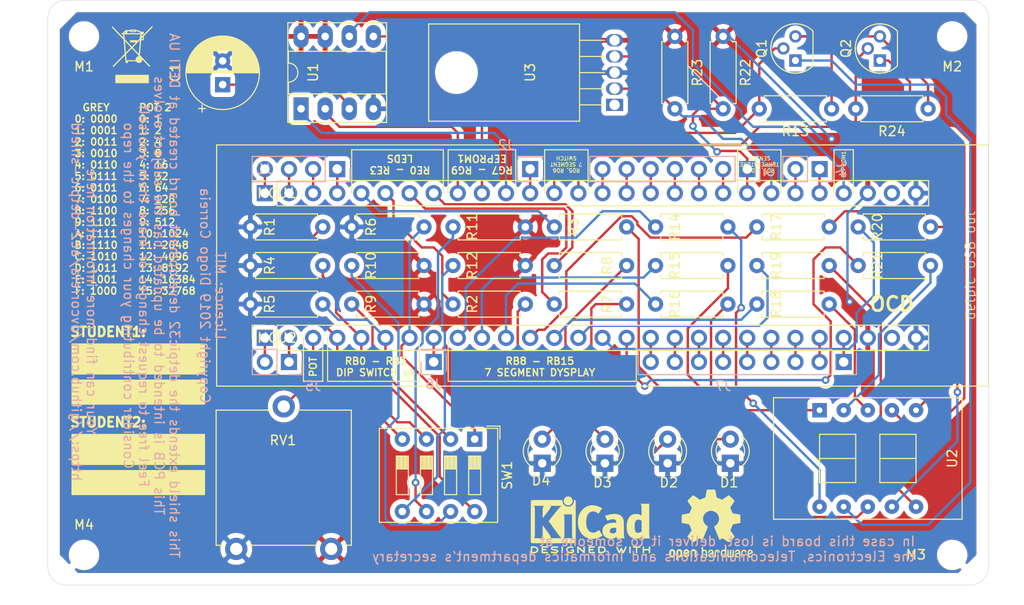
<source format=kicad_pcb>
(kicad_pcb (version 20171130) (host pcbnew "(5.1.0)-1")
  (layers (0 F.Cu signal) (31 B.Cu signal) (34 B.Paste user) (35 F.Paste user) (36 B.SilkS user hide) (37 F.SilkS user) (38 B.Mask user) (39 F.Mask user) (44 Edge.Cuts user))
  (net 0 "")
  (net 1 "Net-(C1-Pad1)")
  (net 2 GND)
  (net 3 "Net-(D1-Pad2)")
  (net 4 "Net-(D2-Pad2)")
  (net 5 "Net-(D3-Pad2)")
  (net 6 "Net-(D4-Pad2)")
  (net 7 /RE7)
  (net 8 /RE6)
  (net 9 /RE5)
  (net 10 /RE4)
  (net 11 /RE3)
  (net 12 /RE2)
  (net 13 /RE1)
  (net 14 /RE0)
  (net 15 /RG7)
  (net 16 /RG8)
  (net 17 /RG9)
  (net 18 /RD7)
  (net 19 /RD6)
  (net 20 /RD5)
  (net 21 /RD4)
  (net 22 /RD3)
  (net 23 /RD2)
  (net 24 /RD1)
  (net 25 /RD0)
  (net 26 /RD11)
  (net 27 /RD10)
  (net 28 /RD9)
  (net 29 /RD8)
  (net 30 /RG3)
  (net 31 /RG6)
  (net 32 /+3.3V)
  (net 33 /RC13)
  (net 34 /RG2)
  (net 35 /VUSB)
  (net 36 /VBUS)
  (net 37 /RF5)
  (net 38 /RF4)
  (net 39 /RF3)
  (net 40 /RF1)
  (net 41 /RF0)
  (net 42 /RB15)
  (net 43 /RB14)
  (net 44 /RB13)
  (net 45 /RB12)
  (net 46 /RB11)
  (net 47 /RB10)
  (net 48 /RB9)
  (net 49 /RB8)
  (net 50 /RB7)
  (net 51 /RB0)
  (net 52 /RB1)
  (net 53 /RB2)
  (net 54 /RB3)
  (net 55 /RB4)
  (net 56 /RB5)
  (net 57 /RB6)
  (net 58 "Net-(Q1-Pad3)")
  (net 59 "Net-(Q1-Pad1)")
  (net 60 "Net-(Q2-Pad1)")
  (net 61 "Net-(R9-Pad2)")
  (net 62 "Net-(R10-Pad2)")
  (net 63 "Net-(R11-Pad2)")
  (net 64 "Net-(R12-Pad2)")
  (net 65 "Net-(R14-Pad1)")
  (net 66 "Net-(R15-Pad1)")
  (net 67 "Net-(R16-Pad1)")
  (net 68 "Net-(R17-Pad1)")
  (net 69 "Net-(R18-Pad1)")
  (net 70 "Net-(R19-Pad1)")
  (net 71 "Net-(R20-Pad1)")
  (net 72 "Net-(R21-Pad1)")
  (net 73 /+5V_EXT1)
  (net 74 /+5V_EXT2)
  (module Symbol:WEEE-Logo_4.2x6mm_SilkScreen (layer F.Cu) (at 135.89 31.115)
    (fp_text reference REF** hide)
    (fp_text value WEEE-Logo_4.2x6mm_SilkScreen hide)
  )
  (module MountingHole:MountingHole_2.2mm_M2 (layer F.Cu) (at 222.25 83.82)
    (fp_text reference M3 (at -3.81 -0.025 180) (layer F.SilkS))
    (fp_text value MountingHole_2.2mm_M2)
    (pad 1 np_thru_hole circle (at 0 0) (size 2.2 2.2) (drill 2.2) (layers *.Cu *.Mask))
  )
  (module MountingHole:MountingHole_2.2mm_M2 (layer F.Cu) (at 130.81 83.82)
    (fp_text reference M4 (at 0 -3.175) (layer F.SilkS))
    (fp_text value MountingHole_2.2mm_M2)
    (pad 1 np_thru_hole circle (at 0 0) (size 2.2 2.2) (drill 2.2) (layers *.Cu *.Mask))
  )
  (module Resistor_THT:R_Axial_DIN0207_L6.3mm_D2.5mm_P7.62mm_Horizontal (layer F.Cu) (at 155.956 49.276 180)
    (fp_text reference R1 (at 5.588 0 270) (layer F.SilkS))
    (fp_text value "10k ")
    (pad 2 thru_hole oval (at 7.62 0 180) (size 1.6 1.6) (drill 0.8) (layers *.Cu *.Mask) (net 2 GND))
    (pad 1 thru_hole circle (at 0 0 180) (size 1.6 1.6) (drill 0.8) (layers *.Cu *.Mask) (net 54 /RB3))
  )
  (module Resistor_THT:R_Axial_DIN0207_L6.3mm_D2.5mm_P7.62mm_Horizontal (layer F.Cu) (at 155.956 53.34 180)
    (fp_text reference R4 (at 5.588 0 270) (layer F.SilkS))
    (fp_text value "10k ")
    (pad 2 thru_hole oval (at 7.62 0 180) (size 1.6 1.6) (drill 0.8) (layers *.Cu *.Mask) (net 2 GND))
    (pad 1 thru_hole circle (at 0 0 180) (size 1.6 1.6) (drill 0.8) (layers *.Cu *.Mask) (net 53 /RB2))
  )
  (module Resistor_THT:R_Axial_DIN0207_L6.3mm_D2.5mm_P7.62mm_Horizontal (layer F.Cu) (at 155.956 57.404 180)
    (fp_text reference R5 (at 5.588 0 270) (layer F.SilkS))
    (fp_text value "10k ")
    (pad 2 thru_hole oval (at 7.62 0 180) (size 1.6 1.6) (drill 0.8) (layers *.Cu *.Mask) (net 2 GND))
    (pad 1 thru_hole circle (at 0 0 180) (size 1.6 1.6) (drill 0.8) (layers *.Cu *.Mask) (net 52 /RB1))
  )
  (module Resistor_THT:R_Axial_DIN0207_L6.3mm_D2.5mm_P7.62mm_Horizontal (layer F.Cu) (at 166.624 49.276 180)
    (fp_text reference R6 (at 5.588 0 270) (layer F.SilkS))
    (fp_text value "10k ")
    (pad 2 thru_hole oval (at 7.62 0 180) (size 1.6 1.6) (drill 0.8) (layers *.Cu *.Mask) (net 2 GND))
    (pad 1 thru_hole circle (at 0 0 180) (size 1.6 1.6) (drill 0.8) (layers *.Cu *.Mask) (net 51 /RB0))
  )
  (module Symbol:OSHW-Logo2_9.8x8mm_SilkScreen (layer F.Cu) (at 196.85 80.645)
    (fp_text reference REF** hide)
    (fp_text value OSHW-Logo2_9.8x8mm_SilkScreen hide)
  )
  (module Symbol:KiCad-Logo2_5mm_SilkScreen (layer F.Cu) (at 184.15 80.645)
    (fp_text reference REF** hide)
    (fp_text value KiCad-Logo2_5mm_SilkScreen hide)
  )
  (module MountingHole:MountingHole_2.2mm_M2 (layer F.Cu) (at 222.25 29.21)
    (fp_text reference M2 (at 0 3.175) (layer F.SilkS))
    (fp_text value M2)
    (pad 1 np_thru_hole circle (at 0 0) (size 2.2 2.2) (drill 2.2) (layers *.Cu *.Mask))
  )
  (module MountingHole:MountingHole_2.2mm_M2 (layer F.Cu) (at 130.81 29.21)
    (fp_text reference M1 (at 0 3.175) (layer F.SilkS))
    (fp_text value M1)
    (pad 1 np_thru_hole circle (at 0 0) (size 2.2 2.2) (drill 2.2) (layers *.Cu *.Mask))
  )
  (module Capacitor_THT:CP_Radial_D7.5mm_P2.50mm (layer F.Cu) (at 145.415 34.29 90)
    (fp_text reference C1 (at 1.25 -5 90) (layer F.SilkS))
    (fp_text value 100nF)
    (pad 1 thru_hole rect (at 0 0 90) (size 1.6 1.6) (drill 0.8) (layers *.Cu *.Mask) (net 1 "Net-(C1-Pad1)"))
    (pad 2 thru_hole circle (at 2.5 0 90) (size 1.6 1.6) (drill 0.8) (layers *.Cu *.Mask) (net 2 GND))
  )
  (module LED_THT:LED_D3.0mm (layer F.Cu) (at 198.882 74.168 90)
    (fp_text reference D1 (at -2.032 -0.127 180) (layer F.SilkS))
    (fp_text value LED)
    (pad 2 thru_hole circle (at 2.54 0 90) (size 1.8 1.8) (drill 0.9) (layers *.Cu *.Mask) (net 3 "Net-(D1-Pad2)"))
    (pad 1 thru_hole rect (at 0 0 90) (size 1.8 1.8) (drill 0.9) (layers *.Cu *.Mask) (net 2 GND))
  )
  (module LED_THT:LED_D3.0mm (layer F.Cu) (at 192.278 74.168 90)
    (fp_text reference D2 (at -2.032 0.127 180) (layer F.SilkS))
    (fp_text value LED)
    (pad 1 thru_hole rect (at 0 0 90) (size 1.8 1.8) (drill 0.9) (layers *.Cu *.Mask) (net 2 GND))
    (pad 2 thru_hole circle (at 2.54 0 90) (size 1.8 1.8) (drill 0.9) (layers *.Cu *.Mask) (net 4 "Net-(D2-Pad2)"))
  )
  (module LED_THT:LED_D3.0mm (layer F.Cu) (at 185.674 74.168 90)
    (fp_text reference D3 (at -2.032 -0.254 180) (layer F.SilkS))
    (fp_text value LED)
    (pad 1 thru_hole rect (at 0 0 90) (size 1.8 1.8) (drill 0.9) (layers *.Cu *.Mask) (net 2 GND))
    (pad 2 thru_hole circle (at 2.54 0 90) (size 1.8 1.8) (drill 0.9) (layers *.Cu *.Mask) (net 5 "Net-(D3-Pad2)"))
  )
  (module LED_THT:LED_D3.0mm (layer F.Cu) (at 179.07 74.168 90)
    (fp_text reference D4 (at -1.817 -0.127 180) (layer F.SilkS))
    (fp_text value LED)
    (pad 2 thru_hole circle (at 2.54 0 90) (size 1.8 1.8) (drill 0.9) (layers *.Cu *.Mask) (net 6 "Net-(D4-Pad2)"))
    (pad 1 thru_hole rect (at 0 0 90) (size 1.8 1.8) (drill 0.9) (layers *.Cu *.Mask) (net 2 GND))
  )
  (module Package_TO_SOT_THT:TO-92 (layer F.Cu) (at 205.74 31.75 90)
    (fp_text reference Q1 (at 1.27 -3.56 90) (layer F.SilkS))
    (fp_text value VN2222)
    (pad 2 thru_hole circle (at 1.27 -1.27 180) (size 1.3 1.3) (drill 0.75) (layers *.Cu *.Mask) (net 19 /RD6))
    (pad 3 thru_hole circle (at 2.54 0 180) (size 1.3 1.3) (drill 0.75) (layers *.Cu *.Mask) (net 58 "Net-(Q1-Pad3)"))
    (pad 1 thru_hole rect (at 0 0 180) (size 1.3 1.3) (drill 0.75) (layers *.Cu *.Mask) (net 59 "Net-(Q1-Pad1)"))
  )
  (module Package_TO_SOT_THT:TO-92 (layer F.Cu) (at 214.63 31.75 90)
    (fp_text reference Q2 (at 1.27 -3.56 90) (layer F.SilkS))
    (fp_text value VN2222)
    (pad 1 thru_hole rect (at 0 0 180) (size 1.3 1.3) (drill 0.75) (layers *.Cu *.Mask) (net 60 "Net-(Q2-Pad1)"))
    (pad 3 thru_hole circle (at 2.54 0 180) (size 1.3 1.3) (drill 0.75) (layers *.Cu *.Mask) (net 58 "Net-(Q1-Pad3)"))
    (pad 2 thru_hole circle (at 1.27 -1.27 180) (size 1.3 1.3) (drill 0.75) (layers *.Cu *.Mask) (net 20 /RD5))
  )
  (module Resistor_THT:R_Axial_DIN0207_L6.3mm_D2.5mm_P7.62mm_Horizontal (layer F.Cu) (at 177.292 57.404 180)
    (fp_text reference R2 (at 5.588 0 270) (layer F.SilkS))
    (fp_text value 270)
    (pad 1 thru_hole circle (at 0 0 180) (size 1.6 1.6) (drill 0.8) (layers *.Cu *.Mask) (net 4 "Net-(D2-Pad2)"))
    (pad 2 thru_hole oval (at 7.62 0 180) (size 1.6 1.6) (drill 0.8) (layers *.Cu *.Mask) (net 12 /RE2))
  )
  (module Resistor_THT:R_Axial_DIN0207_L6.3mm_D2.5mm_P7.62mm_Horizontal (layer F.Cu) (at 187.96 49.276 180)
    (fp_text reference R3 (at 5.588 0 270) (layer F.SilkS))
    (fp_text value 270)
    (pad 1 thru_hole circle (at 0 0 180) (size 1.6 1.6) (drill 0.8) (layers *.Cu *.Mask) (net 3 "Net-(D1-Pad2)"))
    (pad 2 thru_hole oval (at 7.62 0 180) (size 1.6 1.6) (drill 0.8) (layers *.Cu *.Mask) (net 11 /RE3))
  )
  (module Resistor_THT:R_Axial_DIN0207_L6.3mm_D2.5mm_P7.62mm_Horizontal (layer F.Cu) (at 180.34 57.404)
    (fp_text reference R7 (at 5.588 0 90) (layer F.SilkS))
    (fp_text value 270)
    (pad 2 thru_hole oval (at 7.62 0) (size 1.6 1.6) (drill 0.8) (layers *.Cu *.Mask) (net 5 "Net-(D3-Pad2)"))
    (pad 1 thru_hole circle (at 0 0) (size 1.6 1.6) (drill 0.8) (layers *.Cu *.Mask) (net 13 /RE1))
  )
  (module Resistor_THT:R_Axial_DIN0207_L6.3mm_D2.5mm_P7.62mm_Horizontal (layer F.Cu) (at 180.34 53.34)
    (fp_text reference R8 (at 5.588 0 90) (layer F.SilkS))
    (fp_text value 270)
    (pad 1 thru_hole circle (at 0 0) (size 1.6 1.6) (drill 0.8) (layers *.Cu *.Mask) (net 14 /RE0))
    (pad 2 thru_hole oval (at 7.62 0) (size 1.6 1.6) (drill 0.8) (layers *.Cu *.Mask) (net 6 "Net-(D4-Pad2)"))
  )
  (module Resistor_THT:R_Axial_DIN0207_L6.3mm_D2.5mm_P7.62mm_Horizontal (layer F.Cu) (at 166.624 57.404 180)
    (fp_text reference R9 (at 5.588 0 270) (layer F.SilkS))
    (fp_text value 470)
    (pad 1 thru_hole circle (at 0 0 180) (size 1.6 1.6) (drill 0.8) (layers *.Cu *.Mask) (net 32 /+3.3V))
    (pad 2 thru_hole oval (at 7.62 0 180) (size 1.6 1.6) (drill 0.8) (layers *.Cu *.Mask) (net 61 "Net-(R9-Pad2)"))
  )
  (module Resistor_THT:R_Axial_DIN0207_L6.3mm_D2.5mm_P7.62mm_Horizontal (layer F.Cu) (at 166.624 53.34 180)
    (fp_text reference R10 (at 5.588 0 90) (layer F.SilkS))
    (fp_text value 470)
    (pad 2 thru_hole oval (at 7.62 0 180) (size 1.6 1.6) (drill 0.8) (layers *.Cu *.Mask) (net 62 "Net-(R10-Pad2)"))
    (pad 1 thru_hole circle (at 0 0 180) (size 1.6 1.6) (drill 0.8) (layers *.Cu *.Mask) (net 32 /+3.3V))
  )
  (module Resistor_THT:R_Axial_DIN0207_L6.3mm_D2.5mm_P7.62mm_Horizontal (layer F.Cu) (at 177.292 49.276 180)
    (fp_text reference R11 (at 5.588 0 270) (layer F.SilkS))
    (fp_text value 470)
    (pad 1 thru_hole circle (at 0 0 180) (size 1.6 1.6) (drill 0.8) (layers *.Cu *.Mask) (net 32 /+3.3V))
    (pad 2 thru_hole oval (at 7.62 0 180) (size 1.6 1.6) (drill 0.8) (layers *.Cu *.Mask) (net 63 "Net-(R11-Pad2)"))
  )
  (module Resistor_THT:R_Axial_DIN0207_L6.3mm_D2.5mm_P7.62mm_Horizontal (layer F.Cu) (at 177.292 53.34 180)
    (fp_text reference R12 (at 5.588 0 270) (layer F.SilkS))
    (fp_text value 470)
    (pad 2 thru_hole oval (at 7.62 0 180) (size 1.6 1.6) (drill 0.8) (layers *.Cu *.Mask) (net 64 "Net-(R12-Pad2)"))
    (pad 1 thru_hole circle (at 0 0 180) (size 1.6 1.6) (drill 0.8) (layers *.Cu *.Mask) (net 32 /+3.3V))
  )
  (module Resistor_THT:R_Axial_DIN0207_L6.3mm_D2.5mm_P7.62mm_Horizontal (layer F.Cu) (at 209.55 36.83 180)
    (fp_text reference R13 (at 3.81 -2.37 180) (layer F.SilkS))
    (fp_text value 10k)
    (pad 2 thru_hole oval (at 7.62 0 180) (size 1.6 1.6) (drill 0.8) (layers *.Cu *.Mask) (net 19 /RD6))
    (pad 1 thru_hole circle (at 0 0 180) (size 1.6 1.6) (drill 0.8) (layers *.Cu *.Mask) (net 58 "Net-(Q1-Pad3)"))
  )
  (module Resistor_THT:R_Axial_DIN0207_L6.3mm_D2.5mm_P7.62mm_Horizontal (layer F.Cu) (at 198.628 49.276 180)
    (fp_text reference R14 (at 5.588 0 270) (layer F.SilkS))
    (fp_text value 330)
    (pad 2 thru_hole oval (at 7.62 0 180) (size 1.6 1.6) (drill 0.8) (layers *.Cu *.Mask) (net 49 /RB8))
    (pad 1 thru_hole circle (at 0 0 180) (size 1.6 1.6) (drill 0.8) (layers *.Cu *.Mask) (net 65 "Net-(R14-Pad1)"))
  )
  (module Resistor_THT:R_Axial_DIN0207_L6.3mm_D2.5mm_P7.62mm_Horizontal (layer F.Cu) (at 198.628 53.34 180)
    (fp_text reference R15 (at 5.588 0 270) (layer F.SilkS))
    (fp_text value 330)
    (pad 1 thru_hole circle (at 0 0 180) (size 1.6 1.6) (drill 0.8) (layers *.Cu *.Mask) (net 66 "Net-(R15-Pad1)"))
    (pad 2 thru_hole oval (at 7.62 0 180) (size 1.6 1.6) (drill 0.8) (layers *.Cu *.Mask) (net 48 /RB9))
  )
  (module Resistor_THT:R_Axial_DIN0207_L6.3mm_D2.5mm_P7.62mm_Horizontal (layer F.Cu) (at 198.628 57.404 180)
    (fp_text reference R16 (at 5.588 0 270) (layer F.SilkS))
    (fp_text value 330)
    (pad 2 thru_hole oval (at 7.62 0 180) (size 1.6 1.6) (drill 0.8) (layers *.Cu *.Mask) (net 47 /RB10))
    (pad 1 thru_hole circle (at 0 0 180) (size 1.6 1.6) (drill 0.8) (layers *.Cu *.Mask) (net 67 "Net-(R16-Pad1)"))
  )
  (module Resistor_THT:R_Axial_DIN0207_L6.3mm_D2.5mm_P7.62mm_Horizontal (layer F.Cu) (at 209.296 49.276 180)
    (fp_text reference R17 (at 5.588 0 270) (layer F.SilkS))
    (fp_text value 330)
    (pad 1 thru_hole circle (at 0 0 180) (size 1.6 1.6) (drill 0.8) (layers *.Cu *.Mask) (net 68 "Net-(R17-Pad1)"))
    (pad 2 thru_hole oval (at 7.62 0 180) (size 1.6 1.6) (drill 0.8) (layers *.Cu *.Mask) (net 46 /RB11))
  )
  (module Resistor_THT:R_Axial_DIN0207_L6.3mm_D2.5mm_P7.62mm_Horizontal (layer F.Cu) (at 209.296 57.404 180)
    (fp_text reference R18 (at 5.588 0 270) (layer F.SilkS))
    (fp_text value 330)
    (pad 2 thru_hole oval (at 7.62 0 180) (size 1.6 1.6) (drill 0.8) (layers *.Cu *.Mask) (net 45 /RB12))
    (pad 1 thru_hole circle (at 0 0 180) (size 1.6 1.6) (drill 0.8) (layers *.Cu *.Mask) (net 69 "Net-(R18-Pad1)"))
  )
  (module Resistor_THT:R_Axial_DIN0207_L6.3mm_D2.5mm_P7.62mm_Horizontal (layer F.Cu) (at 209.296 53.34 180)
    (fp_text reference R19 (at 5.588 0 270) (layer F.SilkS))
    (fp_text value 330)
    (pad 1 thru_hole circle (at 0 0 180) (size 1.6 1.6) (drill 0.8) (layers *.Cu *.Mask) (net 70 "Net-(R19-Pad1)"))
    (pad 2 thru_hole oval (at 7.62 0 180) (size 1.6 1.6) (drill 0.8) (layers *.Cu *.Mask) (net 44 /RB13))
  )
  (module Resistor_THT:R_Axial_DIN0207_L6.3mm_D2.5mm_P7.62mm_Horizontal (layer F.Cu) (at 219.964 49.276 180)
    (fp_text reference R20 (at 5.588 0 270) (layer F.SilkS))
    (fp_text value 330)
    (pad 1 thru_hole circle (at 0 0 180) (size 1.6 1.6) (drill 0.8) (layers *.Cu *.Mask) (net 71 "Net-(R20-Pad1)"))
    (pad 2 thru_hole oval (at 7.62 0 180) (size 1.6 1.6) (drill 0.8) (layers *.Cu *.Mask) (net 43 /RB14))
  )
  (module Resistor_THT:R_Axial_DIN0207_L6.3mm_D2.5mm_P7.62mm_Horizontal (layer F.Cu) (at 219.964 53.34 180)
    (fp_text reference R21 (at 5.588 0 270) (layer F.SilkS))
    (fp_text value 330)
    (pad 2 thru_hole oval (at 7.62 0 180) (size 1.6 1.6) (drill 0.8) (layers *.Cu *.Mask) (net 42 /RB15))
    (pad 1 thru_hole circle (at 0 0 180) (size 1.6 1.6) (drill 0.8) (layers *.Cu *.Mask) (net 72 "Net-(R21-Pad1)"))
  )
  (module Resistor_THT:R_Axial_DIN0207_L6.3mm_D2.5mm_P7.62mm_Horizontal (layer F.Cu) (at 198.12 29.21 270)
    (fp_text reference R22 (at 3.81 -2.37 270) (layer F.SilkS))
    (fp_text value 2k7)
    (pad 2 thru_hole oval (at 7.62 0 270) (size 1.6 1.6) (drill 0.8) (layers *.Cu *.Mask) (net 27 /RD10))
    (pad 1 thru_hole circle (at 0 0 270) (size 1.6 1.6) (drill 0.8) (layers *.Cu *.Mask) (net 32 /+3.3V))
  )
  (module Resistor_THT:R_Axial_DIN0207_L6.3mm_D2.5mm_P7.62mm_Horizontal (layer F.Cu) (at 193.04 29.21 270)
    (fp_text reference R23 (at 3.81 -2.37 270) (layer F.SilkS))
    (fp_text value 2k7)
    (pad 2 thru_hole oval (at 7.62 0 270) (size 1.6 1.6) (drill 0.8) (layers *.Cu *.Mask) (net 28 /RD9))
    (pad 1 thru_hole circle (at 0 0 270) (size 1.6 1.6) (drill 0.8) (layers *.Cu *.Mask) (net 32 /+3.3V))
  )
  (module Resistor_THT:R_Axial_DIN0207_L6.3mm_D2.5mm_P7.62mm_Horizontal (layer F.Cu) (at 219.71 36.83 180)
    (fp_text reference R24 (at 3.81 -2.37 180) (layer F.SilkS))
    (fp_text value 10k)
    (pad 1 thru_hole circle (at 0 0 180) (size 1.6 1.6) (drill 0.8) (layers *.Cu *.Mask) (net 58 "Net-(Q1-Pad3)"))
    (pad 2 thru_hole oval (at 7.62 0 180) (size 1.6 1.6) (drill 0.8) (layers *.Cu *.Mask) (net 20 /RD5))
  )
  (module Potentiometer_THT:Potentiometer_ACP_CA14V-15_Vertical (layer F.Cu) (at 156.845 83.185 90)
    (fp_text reference RV1 (at 11.43 -5.08 180) (layer F.SilkS))
    (fp_text value 10k)
    (pad 3 thru_hole circle (at 0 -10 90) (size 2.34 2.34) (drill 1.3) (layers *.Cu *.Mask) (net 2 GND))
    (pad 2 thru_hole circle (at 15 -5 90) (size 2.34 2.34) (drill 1.3) (layers *.Cu *.Mask) (net 55 /RB4))
    (pad 1 thru_hole circle (at 0 0 90) (size 2.34 2.34) (drill 1.3) (layers *.Cu *.Mask) (net 32 /+3.3V))
  )
  (module Button_Switch_THT:SW_DIP_SPSTx04_Slide_9.78x12.34mm_W7.62mm_P2.54mm (layer F.Cu) (at 171.958 71.628 270)
    (fp_text reference SW1 (at 3.81 -3.42 270) (layer F.SilkS))
    (fp_text value "DIP SWITCH x4")
    (pad 1 thru_hole rect (at 0 0 270) (size 1.6 1.6) (drill 0.8) (layers *.Cu *.Mask) (net 51 /RB0))
    (pad 5 thru_hole oval (at 7.62 7.62 270) (size 1.6 1.6) (drill 0.8) (layers *.Cu *.Mask) (net 64 "Net-(R12-Pad2)"))
    (pad 2 thru_hole oval (at 0 2.54 270) (size 1.6 1.6) (drill 0.8) (layers *.Cu *.Mask) (net 52 /RB1))
    (pad 6 thru_hole oval (at 7.62 5.08 270) (size 1.6 1.6) (drill 0.8) (layers *.Cu *.Mask) (net 63 "Net-(R11-Pad2)"))
    (pad 3 thru_hole oval (at 0 5.08 270) (size 1.6 1.6) (drill 0.8) (layers *.Cu *.Mask) (net 53 /RB2))
    (pad 7 thru_hole oval (at 7.62 2.54 270) (size 1.6 1.6) (drill 0.8) (layers *.Cu *.Mask) (net 62 "Net-(R10-Pad2)"))
    (pad 4 thru_hole oval (at 0 7.62 270) (size 1.6 1.6) (drill 0.8) (layers *.Cu *.Mask) (net 54 /RB3))
    (pad 8 thru_hole oval (at 7.62 0 270) (size 1.6 1.6) (drill 0.8) (layers *.Cu *.Mask) (net 61 "Net-(R9-Pad2)"))
  )
  (module Package_DIP:DIP-8_W7.62mm_Socket_LongPads (layer F.Cu) (at 153.67 36.83 90)
    (fp_text reference U1 (at 3.81 1.27 90) (layer F.SilkS))
    (fp_text value 25LC040A)
    (pad 1 thru_hole rect (at 0 0 90) (size 2.4 1.6) (drill 0.8) (layers *.Cu *.Mask) (net 17 /RG9))
    (pad 5 thru_hole oval (at 7.62 7.62 90) (size 2.4 1.6) (drill 0.8) (layers *.Cu *.Mask) (net 16 /RG8))
    (pad 2 thru_hole oval (at 0 2.54 90) (size 2.4 1.6) (drill 0.8) (layers *.Cu *.Mask) (net 15 /RG7))
    (pad 6 thru_hole oval (at 7.62 5.08 90) (size 2.4 1.6) (drill 0.8) (layers *.Cu *.Mask) (net 31 /RG6))
    (pad 3 thru_hole oval (at 0 5.08 90) (size 2.4 1.6) (drill 0.8) (layers *.Cu *.Mask) (net 1 "Net-(C1-Pad1)"))
    (pad 7 thru_hole oval (at 7.62 2.54 90) (size 2.4 1.6) (drill 0.8) (layers *.Cu *.Mask) (net 32 /+3.3V))
    (pad 4 thru_hole oval (at 0 7.62 90) (size 2.4 1.6) (drill 0.8) (layers *.Cu *.Mask) (net 2 GND))
    (pad 8 thru_hole oval (at 7.62 0 90) (size 2.4 1.6) (drill 0.8) (layers *.Cu *.Mask) (net 32 /+3.3V))
  )
  (module LTD-4708JR:LTD-4708JR (layer F.Cu) (at 213.36 73.66)
    (fp_text reference U2 (at 8.89 0 270) (layer F.SilkS))
    (fp_text value LTD-4708JR)
    (pad 10 thru_hole circle (at -5.08 5.08) (size 1.524 1.524) (drill 0.61) (layers *.Cu *.Mask) (net 65 "Net-(R14-Pad1)"))
    (pad 9 thru_hole circle (at -2.54 5.08) (size 1.524 1.524) (drill 0.61) (layers *.Cu *.Mask) (net 59 "Net-(Q1-Pad1)"))
    (pad 8 thru_hole circle (at 0 5.08) (size 1.524 1.524) (drill 0.61) (layers *.Cu *.Mask) (net 66 "Net-(R15-Pad1)"))
    (pad 7 thru_hole circle (at 2.54 5.08) (size 1.524 1.524) (drill 0.61) (layers *.Cu *.Mask) (net 71 "Net-(R20-Pad1)"))
    (pad 6 thru_hole circle (at 5.08 5.08) (size 1.524 1.524) (drill 0.61) (layers *.Cu *.Mask) (net 70 "Net-(R19-Pad1)"))
    (pad 5 thru_hole circle (at 5.08 -5.08) (size 1.524 1.524) (drill 0.61) (layers *.Cu *.Mask) (net 68 "Net-(R17-Pad1)"))
    (pad 4 thru_hole circle (at 2.54 -5.08) (size 1.524 1.524) (drill 0.61) (layers *.Cu *.Mask) (net 60 "Net-(Q2-Pad1)"))
    (pad 3 thru_hole circle (at 0 -5.08) (size 1.524 1.524) (drill 0.61) (layers *.Cu *.Mask) (net 69 "Net-(R18-Pad1)"))
    (pad 2 thru_hole circle (at -2.54 -5.08) (size 1.524 1.524) (drill 0.61) (layers *.Cu *.Mask) (net 72 "Net-(R21-Pad1)"))
    (pad 1 thru_hole rect (at -5.08 -5.08) (size 1.524 1.524) (drill 0.61) (layers *.Cu *.Mask) (net 67 "Net-(R16-Pad1)"))
  )
  (module Package_TO_SOT_THT:TO-220-5_Horizontal_TabDown (layer F.Cu) (at 186.69 36.42 90)
    (fp_text reference U3 (at 3.4 -8.89 90) (layer F.SilkS))
    (fp_text value TC74)
    (pad "" np_thru_hole oval (at 3.4 -16.66 90) (size 3.5 3.5) (drill 3.5) (layers *.Cu *.Mask))
    (pad 1 thru_hole rect (at 0 0 90) (size 1.275 1.8) (drill 1.1) (layers *.Cu *.Mask))
    (pad 2 thru_hole oval (at 1.7 0 90) (size 1.275 1.8) (drill 1.1) (layers *.Cu *.Mask) (net 28 /RD9))
    (pad 3 thru_hole oval (at 3.4 0 90) (size 1.275 1.8) (drill 1.1) (layers *.Cu *.Mask) (net 2 GND))
    (pad 4 thru_hole oval (at 5.1 0 90) (size 1.275 1.8) (drill 1.1) (layers *.Cu *.Mask) (net 27 /RD10))
    (pad 5 thru_hole oval (at 6.8 0 90) (size 1.275 1.8) (drill 1.1) (layers *.Cu *.Mask) (net 32 /+3.3V))
  )
  (module Connector_PinSocket_2.54mm:PinSocket_1x28_P2.54mm_Vertical (layer F.Cu) (at 149.86 45.72 90)
    (fp_text reference MCU1 (at 0 1.27 180) (layer F.SilkS))
    (fp_text value "CN1(DETPIC32)")
    (pad 1 thru_hole rect (at 0 0 90) (size 1.7 1.7) (drill 1) (layers *.Cu *.Mask) (net 7 /RE7))
    (pad 2 thru_hole oval (at 0 2.54 90) (size 1.7 1.7) (drill 1) (layers *.Cu *.Mask) (net 8 /RE6))
    (pad 3 thru_hole oval (at 0 5.08 90) (size 1.7 1.7) (drill 1) (layers *.Cu *.Mask) (net 9 /RE5))
    (pad 4 thru_hole oval (at 0 7.62 90) (size 1.7 1.7) (drill 1) (layers *.Cu *.Mask) (net 10 /RE4))
    (pad 5 thru_hole oval (at 0 10.16 90) (size 1.7 1.7) (drill 1) (layers *.Cu *.Mask) (net 11 /RE3))
    (pad 6 thru_hole oval (at 0 12.7 90) (size 1.7 1.7) (drill 1) (layers *.Cu *.Mask) (net 12 /RE2))
    (pad 7 thru_hole oval (at 0 15.24 90) (size 1.7 1.7) (drill 1) (layers *.Cu *.Mask) (net 13 /RE1))
    (pad 8 thru_hole oval (at 0 17.78 90) (size 1.7 1.7) (drill 1) (layers *.Cu *.Mask) (net 14 /RE0))
    (pad 9 thru_hole oval (at 0 20.32 90) (size 1.7 1.7) (drill 1) (layers *.Cu *.Mask) (net 15 /RG7))
    (pad 10 thru_hole oval (at 0 22.86 90) (size 1.7 1.7) (drill 1) (layers *.Cu *.Mask) (net 16 /RG8))
    (pad 11 thru_hole oval (at 0 25.4 90) (size 1.7 1.7) (drill 1) (layers *.Cu *.Mask) (net 17 /RG9))
    (pad 12 thru_hole oval (at 0 27.94 90) (size 1.7 1.7) (drill 1) (layers *.Cu *.Mask) (net 18 /RD7))
    (pad 13 thru_hole oval (at 0 30.48 90) (size 1.7 1.7) (drill 1) (layers *.Cu *.Mask) (net 19 /RD6))
    (pad 14 thru_hole oval (at 0 33.02 90) (size 1.7 1.7) (drill 1) (layers *.Cu *.Mask) (net 20 /RD5))
    (pad 15 thru_hole oval (at 0 35.56 90) (size 1.7 1.7) (drill 1) (layers *.Cu *.Mask) (net 21 /RD4))
    (pad 16 thru_hole oval (at 0 38.1 90) (size 1.7 1.7) (drill 1) (layers *.Cu *.Mask) (net 22 /RD3))
    (pad 17 thru_hole oval (at 0 40.64 90) (size 1.7 1.7) (drill 1) (layers *.Cu *.Mask) (net 23 /RD2))
    (pad 18 thru_hole oval (at 0 43.18 90) (size 1.7 1.7) (drill 1) (layers *.Cu *.Mask) (net 24 /RD1))
    (pad 19 thru_hole oval (at 0 45.72 90) (size 1.7 1.7) (drill 1) (layers *.Cu *.Mask) (net 25 /RD0))
    (pad 20 thru_hole oval (at 0 48.26 90) (size 1.7 1.7) (drill 1) (layers *.Cu *.Mask) (net 26 /RD11))
    (pad 21 thru_hole oval (at 0 50.8 90) (size 1.7 1.7) (drill 1) (layers *.Cu *.Mask) (net 27 /RD10))
    (pad 22 thru_hole oval (at 0 53.34 90) (size 1.7 1.7) (drill 1) (layers *.Cu *.Mask) (net 28 /RD9))
    (pad 23 thru_hole oval (at 0 55.88 90) (size 1.7 1.7) (drill 1) (layers *.Cu *.Mask) (net 29 /RD8))
    (pad 24 thru_hole oval (at 0 58.42 90) (size 1.7 1.7) (drill 1) (layers *.Cu *.Mask) (net 30 /RG3))
    (pad 25 thru_hole oval (at 0 60.96 90) (size 1.7 1.7) (drill 1) (layers *.Cu *.Mask) (net 31 /RG6))
    (pad 26 thru_hole oval (at 0 63.5 90) (size 1.7 1.7) (drill 1) (layers *.Cu *.Mask) (net 32 /+3.3V))
    (pad 27 thru_hole oval (at 0 66.04 90) (size 1.7 1.7) (drill 1) (layers *.Cu *.Mask) (net 73 /+5V_EXT1))
    (pad 28 thru_hole oval (at 0 68.58 90) (size 1.7 1.7) (drill 1) (layers *.Cu *.Mask) (net 2 GND))
  )
  (module Connector_PinSocket_2.54mm:PinSocket_1x28_P2.54mm_Vertical (layer F.Cu) (at 149.86 60.96 90)
    (fp_text reference MCU2 (at 0 1.27 180) (layer F.SilkS))
    (fp_text value "CN2(DETPIC32)")
    (pad 28 thru_hole oval (at 0 68.58 90) (size 1.7 1.7) (drill 1) (layers *.Cu *.Mask) (net 2 GND))
    (pad 27 thru_hole oval (at 0 66.04 90) (size 1.7 1.7) (drill 1) (layers *.Cu *.Mask) (net 74 /+5V_EXT2))
    (pad 26 thru_hole oval (at 0 63.5 90) (size 1.7 1.7) (drill 1) (layers *.Cu *.Mask) (net 32 /+3.3V))
    (pad 25 thru_hole oval (at 0 60.96 90) (size 1.7 1.7) (drill 1) (layers *.Cu *.Mask) (net 33 /RC13))
    (pad 24 thru_hole oval (at 0 58.42 90) (size 1.7 1.7) (drill 1) (layers *.Cu *.Mask) (net 34 /RG2))
    (pad 23 thru_hole oval (at 0 55.88 90) (size 1.7 1.7) (drill 1) (layers *.Cu *.Mask) (net 35 /VUSB))
    (pad 22 thru_hole oval (at 0 53.34 90) (size 1.7 1.7) (drill 1) (layers *.Cu *.Mask) (net 36 /VBUS))
    (pad 21 thru_hole oval (at 0 50.8 90) (size 1.7 1.7) (drill 1) (layers *.Cu *.Mask) (net 37 /RF5))
    (pad 20 thru_hole oval (at 0 48.26 90) (size 1.7 1.7) (drill 1) (layers *.Cu *.Mask) (net 38 /RF4))
    (pad 19 thru_hole oval (at 0 45.72 90) (size 1.7 1.7) (drill 1) (layers *.Cu *.Mask) (net 39 /RF3))
    (pad 18 thru_hole oval (at 0 43.18 90) (size 1.7 1.7) (drill 1) (layers *.Cu *.Mask) (net 40 /RF1))
    (pad 17 thru_hole oval (at 0 40.64 90) (size 1.7 1.7) (drill 1) (layers *.Cu *.Mask) (net 41 /RF0))
    (pad 16 thru_hole oval (at 0 38.1 90) (size 1.7 1.7) (drill 1) (layers *.Cu *.Mask) (net 42 /RB15))
    (pad 15 thru_hole oval (at 0 35.56 90) (size 1.7 1.7) (drill 1) (layers *.Cu *.Mask) (net 43 /RB14))
    (pad 14 thru_hole oval (at 0 33.02 90) (size 1.7 1.7) (drill 1) (layers *.Cu *.Mask) (net 44 /RB13))
    (pad 13 thru_hole oval (at 0 30.48 90) (size 1.7 1.7) (drill 1) (layers *.Cu *.Mask) (net 45 /RB12))
    (pad 12 thru_hole oval (at 0 27.94 90) (size 1.7 1.7) (drill 1) (layers *.Cu *.Mask) (net 46 /RB11))
    (pad 11 thru_hole oval (at 0 25.4 90) (size 1.7 1.7) (drill 1) (layers *.Cu *.Mask) (net 47 /RB10))
    (pad 10 thru_hole oval (at 0 22.86 90) (size 1.7 1.7) (drill 1) (layers *.Cu *.Mask) (net 48 /RB9))
    (pad 9 thru_hole oval (at 0 20.32 90) (size 1.7 1.7) (drill 1) (layers *.Cu *.Mask) (net 49 /RB8))
    (pad 8 thru_hole oval (at 0 17.78 90) (size 1.7 1.7) (drill 1) (layers *.Cu *.Mask) (net 50 /RB7))
    (pad 7 thru_hole oval (at 0 15.24 90) (size 1.7 1.7) (drill 1) (layers *.Cu *.Mask) (net 51 /RB0))
    (pad 6 thru_hole oval (at 0 12.7 90) (size 1.7 1.7) (drill 1) (layers *.Cu *.Mask) (net 52 /RB1))
    (pad 5 thru_hole oval (at 0 10.16 90) (size 1.7 1.7) (drill 1) (layers *.Cu *.Mask) (net 53 /RB2))
    (pad 4 thru_hole oval (at 0 7.62 90) (size 1.7 1.7) (drill 1) (layers *.Cu *.Mask) (net 54 /RB3))
    (pad 3 thru_hole oval (at 0 5.08 90) (size 1.7 1.7) (drill 1) (layers *.Cu *.Mask) (net 55 /RB4))
    (pad 2 thru_hole oval (at 0 2.54 90) (size 1.7 1.7) (drill 1) (layers *.Cu *.Mask) (net 56 /RB5))
    (pad 1 thru_hole rect (at 0 0 90) (size 1.7 1.7) (drill 1) (layers *.Cu *.Mask) (net 57 /RB6))
  )
  (module Connector_PinHeader_2.54mm:PinHeader_1x04_P2.54mm_Vertical (layer B.Cu) (at 157.48 43.18 90)
    (fp_text reference J1 (at 0 -7.62 -180) (layer B.SilkS) (effects (justify mirror)))
    (fp_text value HEADER)
    (pad 1 thru_hole rect (at 0 0 90) (size 1.7 1.7) (drill 1) (layers *.Cu *.Mask) (net 10 /RE4))
    (pad 2 thru_hole oval (at 0 -2.54 90) (size 1.7 1.7) (drill 1) (layers *.Cu *.Mask) (net 9 /RE5))
    (pad 3 thru_hole oval (at 0 -5.08 90) (size 1.7 1.7) (drill 1) (layers *.Cu *.Mask) (net 8 /RE6))
    (pad 4 thru_hole oval (at 0 -7.62 90) (size 1.7 1.7) (drill 1) (layers *.Cu *.Mask) (net 7 /RE7))
  )
  (module Connector_PinHeader_2.54mm:PinHeader_1x01_P2.54mm_Vertical (layer B.Cu) (at 177.8 43.18)
    (fp_text reference J2 (at -2.54 -2.54) (layer B.SilkS) (effects (justify mirror)))
    (fp_text value HEADER)
    (pad 1 thru_hole rect (at 0 0) (size 1.7 1.7) (drill 1) (layers *.Cu *.Mask) (net 18 /RD7))
  )
  (module Connector_PinHeader_2.54mm:PinHeader_1x02_P2.54mm_Vertical (layer B.Cu) (at 208.28 43.18 90)
    (fp_text reference J4 (at 0 2.33 90) (layer B.SilkS) (effects (justify mirror)))
    (fp_text value HEADER)
    (pad 1 thru_hole rect (at 0 0 90) (size 1.7 1.7) (drill 1) (layers *.Cu *.Mask) (net 30 /RG3))
    (pad 2 thru_hole oval (at 0 -2.54 90) (size 1.7 1.7) (drill 1) (layers *.Cu *.Mask) (net 29 /RD8))
  )
  (module Connector_PinHeader_2.54mm:PinHeader_1x02_P2.54mm_Vertical (layer B.Cu) (at 152.4 63.5 90)
    (fp_text reference J5 (at -2.54 2.54) (layer B.SilkS) (effects (justify mirror)))
    (fp_text value HEADER)
    (pad 2 thru_hole oval (at 0 -2.54 90) (size 1.7 1.7) (drill 1) (layers *.Cu *.Mask) (net 57 /RB6))
    (pad 1 thru_hole rect (at 0 0 90) (size 1.7 1.7) (drill 1) (layers *.Cu *.Mask) (net 56 /RB5))
  )
  (module Connector_PinHeader_2.54mm:PinHeader_1x01_P2.54mm_Vertical (layer B.Cu) (at 167.64 63.5)
    (fp_text reference J6 (at 0 2.33) (layer B.SilkS) (effects (justify mirror)))
    (fp_text value HEADER)
    (pad 1 thru_hole rect (at 0 0) (size 1.7 1.7) (drill 1) (layers *.Cu *.Mask) (net 50 /RB7))
  )
  (module Connector_PinHeader_2.54mm:PinHeader_1x09_P2.54mm_Vertical (layer B.Cu) (at 210.82 63.5 90)
    (fp_text reference J7 (at -2.54 -12.7) (layer B.SilkS) (effects (justify mirror)))
    (fp_text value HEADER)
    (pad 1 thru_hole rect (at 0 0 90) (size 1.7 1.7) (drill 1) (layers *.Cu *.Mask) (net 33 /RC13))
    (pad 2 thru_hole oval (at 0 -2.54 90) (size 1.7 1.7) (drill 1) (layers *.Cu *.Mask) (net 34 /RG2))
    (pad 3 thru_hole oval (at 0 -5.08 90) (size 1.7 1.7) (drill 1) (layers *.Cu *.Mask) (net 35 /VUSB))
    (pad 4 thru_hole oval (at 0 -7.62 90) (size 1.7 1.7) (drill 1) (layers *.Cu *.Mask) (net 36 /VBUS))
    (pad 5 thru_hole oval (at 0 -10.16 90) (size 1.7 1.7) (drill 1) (layers *.Cu *.Mask) (net 37 /RF5))
    (pad 6 thru_hole oval (at 0 -12.7 90) (size 1.7 1.7) (drill 1) (layers *.Cu *.Mask) (net 38 /RF4))
    (pad 7 thru_hole oval (at 0 -15.24 90) (size 1.7 1.7) (drill 1) (layers *.Cu *.Mask) (net 39 /RF3))
    (pad 8 thru_hole oval (at 0 -17.78 90) (size 1.7 1.7) (drill 1) (layers *.Cu *.Mask) (net 40 /RF1))
    (pad 9 thru_hole oval (at 0 -20.32 90) (size 1.7 1.7) (drill 1) (layers *.Cu *.Mask) (net 41 /RF0))
  )
  (module Connector_PinHeader_2.54mm:PinHeader_1x07_P2.54mm_Vertical (layer B.Cu) (at 200.66 43.18 90)
    (fp_text reference J3 (at 0 2.33 90) (layer B.SilkS) (effects (justify mirror)))
    (fp_text value HEADER)
    (pad 1 thru_hole rect (at 0 0 90) (size 1.7 1.7) (drill 1) (layers *.Cu *.Mask) (net 27 /RD10))
    (pad 2 thru_hole oval (at 0 -2.54 90) (size 1.7 1.7) (drill 1) (layers *.Cu *.Mask) (net 26 /RD11))
    (pad 3 thru_hole oval (at 0 -5.08 90) (size 1.7 1.7) (drill 1) (layers *.Cu *.Mask) (net 25 /RD0))
    (pad 4 thru_hole oval (at 0 -7.62 90) (size 1.7 1.7) (drill 1) (layers *.Cu *.Mask) (net 24 /RD1))
    (pad 5 thru_hole oval (at 0 -10.16 90) (size 1.7 1.7) (drill 1) (layers *.Cu *.Mask) (net 23 /RD2))
    (pad 6 thru_hole oval (at 0 -12.7 90) (size 1.7 1.7) (drill 1) (layers *.Cu *.Mask) (net 22 /RD3))
    (pad 7 thru_hole oval (at 0 -15.24 90) (size 1.7 1.7) (drill 1) (layers *.Cu *.Mask) (net 21 /RD4))
  )
  (gr_text "POT 2\n0: 1\n1: 2\n2: 4\n3: 8\n4: 16\n5: 32\n6: 64\n7: 128\n8: 256\n9: 512\n10: 1024\n11: 2048\n12: 4096\n13: 8192\n14: 16384\n15: 32768" (at 136.525 46.355) (layer F.SilkS) (effects (font (size 0.75 0.75)) (justify left)))
  (gr_text "GREY\n0: 0000\n1: 0001\n2: 0011\n3: 0010\n4: 0110\n5: 0111\n6: 0101\n7: 0100\n8: 1100\n9: 1101\nA: 1111\nB: 1110\nC: 1010\nD: 1011\nE: 1001\nF: 1000" (at 132.08 46.355) (layer F.SilkS) (effects (font (size 0.75 0.75))))
  (gr_text "detpic USB out" (at 224.155 53.34 90) (layer F.SilkS) (effects (font (size 1 1) (thickness 0.1))))
  (gr_text STUDENT2: (at 133.35 69.85) (layer F.SilkS) (effects (font (size 1 1) (thickness 0.25))))
  (gr_poly (pts (xy 129.54 74.93) (xy 143.51 74.93) (xy 143.51 77.47) (xy 129.54 77.47)) (layer F.SilkS) (width 0.1))
  (gr_poly (pts (xy 129.54 71.12) (xy 143.51 71.12) (xy 143.51 74.295) (xy 129.54 74.295)) (layer F.SilkS) (width 0.1))
  (gr_text STUDENT1: (at 133.35 60.325) (layer F.SilkS) (effects (font (size 1 1) (thickness 0.25))))
  (gr_text "Licence: MIT\nCopyright 2019 Diogo Correia\n\nThis shield extends the detpic32 development board created at DETI UA\nThis PCB is intended to be updated has the subject evolves\nFeel free to request changes or make them yourself\nConsider contributing your changes to the repo" (at 140.335 56.515 270) (layer B.SilkS) (effects (font (size 1 1)) (justify mirror)))
  (gr_text "In case this board is lost, deliver it to someone at \nthe Electronics, Telecomunications and Informatics department's secretary" (at 218.44 83.185) (layer B.SilkS) (effects (font (size 1 1)) (justify left mirror)))
  (gr_text "Your can find more information here\nhttps://github.com/dvcorreia/ac2-detpic-shield" (at 130.81 57.15 270) (layer B.SilkS) (effects (font (size 1 1)) (justify mirror)))
  (gr_line (start 127 27.305) (end 127 85.09) (layer Edge.Cuts) (width 0.05))
  (gr_line (start 226.06 27.305) (end 226.06 85.09) (layer Edge.Cuts) (width 0.05))
  (gr_poly (pts (xy 129.54 65.405) (xy 143.51 65.405) (xy 143.51 67.945) (xy 129.54 67.945)) (layer F.SilkS) (width 0.1))
  (gr_poly (pts (xy 129.54 61.595) (xy 143.51 61.595) (xy 143.51 64.77) (xy 129.54 64.77)) (layer F.SilkS) (width 0.1))
  (gr_text OCD (at 215.9 57.404) (layer F.SilkS) (effects (font (size 1.5 1.5) (thickness 0.3))))
  (gr_text EEPROM1 (at 210.82 42.672 90) (layer F.SilkS) (effects (font (size 0.4 0.4) (thickness 0.075))))
  (gr_line (start 211.836 41.148) (end 211.836 45.72) (layer F.SilkS) (width 0.12))
  (gr_line (start 209.804 41.148) (end 211.836 41.148) (layer F.SilkS) (width 0.12))
  (gr_line (start 209.804 45.72) (end 209.804 41.148) (layer F.SilkS) (width 0.12))
  (gr_text "RD9, RD10\nTEMPERATURE\nSENSOR" (at 201.93 42.672 180) (layer F.SilkS) (effects (font (size 0.4 0.4) (thickness 0.075))))
  (gr_line (start 204.216 41.148) (end 204.216 45.72) (layer F.SilkS) (width 0.12))
  (gr_line (start 199.644 41.148) (end 204.216 41.148) (layer F.SilkS) (width 0.12))
  (gr_line (start 199.644 45.72) (end 199.644 41.148) (layer F.SilkS) (width 0.12))
  (gr_text "RD5, RD6\n7 SEGMENT\nSWITCH" (at 181.61 42.672 180) (layer F.SilkS) (effects (font (size 0.4 0.4) (thickness 0.075))))
  (gr_line (start 183.896 41.148) (end 179.324 41.148) (layer F.SilkS) (width 0.12))
  (gr_line (start 183.896 45.72) (end 183.896 41.148) (layer F.SilkS) (width 0.12))
  (gr_line (start 179.324 45.72) (end 179.324 41.148) (layer F.SilkS) (width 0.12))
  (gr_text "RG7 - RG9\nEEPROM1" (at 172.72 42.672 180) (layer F.SilkS) (effects (font (size 0.75 0.75))))
  (gr_line (start 176.276 41.148) (end 176.276 45.72) (layer F.SilkS) (width 0.12))
  (gr_line (start 169.164 41.148) (end 176.276 41.148) (layer F.SilkS) (width 0.12))
  (gr_line (start 169.164 45.72) (end 169.164 41.148) (layer F.SilkS) (width 0.12))
  (gr_text "RE0 - RE3\nLEDS" (at 164.084 42.672 180) (layer F.SilkS) (effects (font (size 0.75 0.75))))
  (gr_line (start 159.004 41.148) (end 159.004 45.72) (layer F.SilkS) (width 0.12))
  (gr_line (start 168.656 41.148) (end 159.004 41.148) (layer F.SilkS) (width 0.12))
  (gr_line (start 168.656 45.72) (end 168.656 41.148) (layer F.SilkS) (width 0.12))
  (gr_text POT (at 154.94 64.008 90) (layer F.SilkS) (effects (font (size 0.75 0.75))))
  (gr_line (start 155.956 65.532) (end 155.956 60.96) (layer F.SilkS) (width 0.12))
  (gr_line (start 153.924 65.532) (end 155.956 65.532) (layer F.SilkS) (width 0.12))
  (gr_line (start 153.924 60.96) (end 153.924 65.532) (layer F.SilkS) (width 0.12))
  (gr_text "RB8 - RB15\n7 SEGMENT DYSPLAY" (at 178.816 64.008) (layer F.SilkS) (effects (font (size 0.75 0.75))))
  (gr_line (start 188.976 65.532) (end 188.976 60.96) (layer F.SilkS) (width 0.12))
  (gr_line (start 169.164 65.532) (end 188.976 65.532) (layer F.SilkS) (width 0.12))
  (gr_line (start 169.164 60.96) (end 169.164 65.532) (layer F.SilkS) (width 0.12))
  (gr_text "RB0 - RB3\nDIP SWITCH x4" (at 161.544 64.008) (layer F.SilkS) (effects (font (size 0.75 0.75))))
  (gr_line (start 166.116 65.532) (end 166.116 60.96) (layer F.SilkS) (width 0.12))
  (gr_line (start 156.464 65.532) (end 166.116 65.532) (layer F.SilkS) (width 0.12))
  (gr_line (start 156.464 60.96) (end 156.464 65.532) (layer F.SilkS) (width 0.12))
  (gr_line (start 226.06 40.64) (end 144.78 40.64) (layer F.SilkS) (width 0.12))
  (gr_line (start 226.06 66.04) (end 226.06 40.64) (layer F.SilkS) (width 0.12))
  (gr_line (start 144.78 66.04) (end 226.06 66.04) (layer F.SilkS) (width 0.12))
  (gr_line (start 144.78 40.64) (end 144.78 66.04) (layer F.SilkS) (width 0.12))
  (gr_line (start 128.905 86.995) (end 224.155 86.995) (layer Edge.Cuts) (width 0.05))
  (gr_line (start 224.155 25.4) (end 128.905 25.4) (layer Edge.Cuts) (width 0.05))
  (gr_arc (start 224.155 27.305) (end 226.06 27.305) (angle -90) (layer Edge.Cuts) (width 0.05))
  (gr_arc (start 224.155 85.09) (end 224.155 86.995) (angle -90) (layer Edge.Cuts) (width 0.05))
  (gr_arc (start 128.905 85.09) (end 127 85.09) (angle -90) (layer Edge.Cuts) (width 0.05))
  (gr_arc (start 128.905 27.305) (end 128.905 25.4) (angle -90) (layer Edge.Cuts) (width 0.05))
  (segment (start 146.465 34.29) (end 145.415 34.29) (width 0.25) (layer F.Cu) (net 1))
  (segment (start 156.61 34.29) (end 146.465 34.29) (width 0.25) (layer F.Cu) (net 1))
  (segment (start 158.75 36.43) (end 156.61 34.29) (width 0.25) (layer F.Cu) (net 1))
  (segment (start 158.75 36.83) (end 158.75 36.43) (width 0.25) (layer F.Cu) (net 1))
  (segment (start 187.96 49.276) (end 189.23 50.546) (width 0.25) (layer F.Cu) (net 3))
  (segment (start 197.609208 71.628) (end 198.882 71.628) (width 0.25) (layer F.Cu) (net 3))
  (segment (start 196.888998 71.628) (end 197.609208 71.628) (width 0.25) (layer F.Cu) (net 3))
  (segment (start 189.23 63.969002) (end 196.888998 71.628) (width 0.25) (layer F.Cu) (net 3))
  (segment (start 189.23 50.546) (end 189.23 63.969002) (width 0.25) (layer F.Cu) (net 3))
  (segment (start 176.492001 58.203999) (end 176.492001 74.257001) (width 0.25) (layer F.Cu) (net 4))
  (segment (start 177.292 57.404) (end 176.492001 58.203999) (width 0.25) (layer F.Cu) (net 4))
  (segment (start 176.492001 74.257001) (end 178.435 76.2) (width 0.25) (layer F.Cu) (net 4))
  (segment (start 187.706 76.2) (end 192.278 71.628) (width 0.25) (layer F.Cu) (net 4))
  (segment (start 178.435 76.2) (end 187.706 76.2) (width 0.25) (layer F.Cu) (net 4))
  (segment (start 184.774001 70.728001) (end 185.674 71.628) (width 0.25) (layer F.Cu) (net 5))
  (segment (start 184.244999 70.198999) (end 184.774001 70.728001) (width 0.25) (layer F.Cu) (net 5))
  (segment (start 184.244999 57.855999) (end 184.244999 70.198999) (width 0.25) (layer F.Cu) (net 5))
  (segment (start 184.696998 57.404) (end 184.244999 57.855999) (width 0.25) (layer F.Cu) (net 5))
  (segment (start 187.96 57.404) (end 184.696998 57.404) (width 0.25) (layer F.Cu) (net 5))
  (segment (start 179.969999 70.728001) (end 179.07 71.628) (width 0.25) (layer F.Cu) (net 6))
  (segment (start 181.515001 69.182999) (end 179.969999 70.728001) (width 0.25) (layer F.Cu) (net 6))
  (segment (start 181.515001 59.784999) (end 181.515001 69.182999) (width 0.25) (layer F.Cu) (net 6))
  (segment (start 187.96 53.34) (end 181.515001 59.784999) (width 0.25) (layer F.Cu) (net 6))
  (segment (start 149.86 43.18) (end 149.86 45.72) (width 0.25) (layer F.Cu) (net 7))
  (segment (start 152.4 44.382081) (end 152.4 45.72) (width 0.25) (layer F.Cu) (net 8))
  (segment (start 152.4 43.18) (end 152.4 44.382081) (width 0.25) (layer F.Cu) (net 8))
  (segment (start 154.94 43.18) (end 154.94 45.72) (width 0.25) (layer F.Cu) (net 9))
  (segment (start 157.48 43.18) (end 157.48 45.72) (width 0.25) (layer F.Cu) (net 10))
  (segment (start 178.689 47.625) (end 180.34 49.276) (width 0.25) (layer B.Cu) (net 11))
  (segment (start 160.02 45.72) (end 161.925 47.625) (width 0.25) (layer B.Cu) (net 11))
  (segment (start 161.925 47.625) (end 178.689 47.625) (width 0.25) (layer B.Cu) (net 11))
  (segment (start 163.409999 46.569999) (end 163.409999 48.474999) (width 0.25) (layer F.Cu) (net 12))
  (segment (start 162.56 45.72) (end 163.409999 46.569999) (width 0.25) (layer F.Cu) (net 12))
  (segment (start 163.409999 48.474999) (end 166.37 51.435) (width 0.25) (layer F.Cu) (net 12))
  (segment (start 166.37 51.435) (end 167.64 51.435) (width 0.25) (layer F.Cu) (net 12))
  (segment (start 168.872001 56.604001) (end 169.672 57.404) (width 0.25) (layer F.Cu) (net 12))
  (segment (start 168.546999 56.278999) (end 168.872001 56.604001) (width 0.25) (layer F.Cu) (net 12))
  (segment (start 168.546999 52.341999) (end 168.546999 56.278999) (width 0.25) (layer F.Cu) (net 12))
  (segment (start 167.64 51.435) (end 168.546999 52.341999) (width 0.25) (layer F.Cu) (net 12))
  (segment (start 165.1 45.72) (end 166.725011 47.345011) (width 0.25) (layer F.Cu) (net 13))
  (segment (start 166.725011 47.345011) (end 181.328601 47.345011) (width 0.25) (layer F.Cu) (net 13))
  (segment (start 181.61 47.62641) (end 181.61 51.43359) (width 0.25) (layer F.Cu) (net 13))
  (segment (start 181.328601 47.345011) (end 181.61 47.62641) (width 0.25) (layer F.Cu) (net 13))
  (segment (start 181.61 51.43359) (end 180.97359 52.07) (width 0.25) (layer F.Cu) (net 13))
  (segment (start 180.97359 52.07) (end 179.705 52.07) (width 0.25) (layer F.Cu) (net 13))
  (segment (start 179.705 52.07) (end 179.07 52.705) (width 0.25) (layer F.Cu) (net 13))
  (segment (start 179.07 56.134) (end 180.34 57.404) (width 0.25) (layer F.Cu) (net 13))
  (segment (start 179.07 52.705) (end 179.07 56.134) (width 0.25) (layer F.Cu) (net 13))
  (segment (start 168.815001 46.895001) (end 181.515001 46.895001) (width 0.25) (layer F.Cu) (net 14))
  (segment (start 167.64 45.72) (end 168.815001 46.895001) (width 0.25) (layer F.Cu) (net 14))
  (segment (start 181.515001 46.895001) (end 182.245 47.625) (width 0.25) (layer F.Cu) (net 14))
  (segment (start 182.245 51.435) (end 180.34 53.34) (width 0.25) (layer F.Cu) (net 14))
  (segment (start 182.245 47.625) (end 182.245 51.435) (width 0.25) (layer F.Cu) (net 14))
  (segment (start 156.21 37.23) (end 157.715 38.735) (width 0.25) (layer F.Cu) (net 15))
  (segment (start 156.21 36.83) (end 156.21 37.23) (width 0.25) (layer F.Cu) (net 15))
  (segment (start 157.715 38.735) (end 169.545 38.735) (width 0.25) (layer F.Cu) (net 15))
  (segment (start 170.18 39.37) (end 170.18 45.72) (width 0.25) (layer F.Cu) (net 15))
  (segment (start 169.545 38.735) (end 170.18 39.37) (width 0.25) (layer F.Cu) (net 15))
  (segment (start 172.72 31.115) (end 172.72 45.72) (width 0.25) (layer F.Cu) (net 16))
  (segment (start 161.29 29.21) (end 170.815 29.21) (width 0.25) (layer F.Cu) (net 16))
  (segment (start 170.815 29.21) (end 172.72 31.115) (width 0.25) (layer F.Cu) (net 16))
  (segment (start 175.26 40.64) (end 175.26 45.72) (width 0.25) (layer B.Cu) (net 17))
  (segment (start 173.99 39.37) (end 175.26 40.64) (width 0.25) (layer B.Cu) (net 17))
  (segment (start 155.81 39.37) (end 173.99 39.37) (width 0.25) (layer B.Cu) (net 17))
  (segment (start 153.67 36.83) (end 153.67 37.23) (width 0.25) (layer B.Cu) (net 17))
  (segment (start 153.67 37.23) (end 155.81 39.37) (width 0.25) (layer B.Cu) (net 17))
  (segment (start 177.8 43.18) (end 177.8 45.72) (width 0.25) (layer F.Cu) (net 18))
  (segment (start 201.93 35.69863) (end 201.93 36.83) (width 0.25) (layer F.Cu) (net 19))
  (segment (start 201.93 32.100762) (end 201.93 35.69863) (width 0.25) (layer F.Cu) (net 19))
  (segment (start 203.550762 30.48) (end 201.93 32.100762) (width 0.25) (layer F.Cu) (net 19))
  (segment (start 204.47 30.48) (end 203.550762 30.48) (width 0.25) (layer F.Cu) (net 19))
  (segment (start 180.34 45.72) (end 180.34 41.91) (width 0.25) (layer F.Cu) (net 19))
  (segment (start 180.34 41.91) (end 182.88 39.37) (width 0.25) (layer F.Cu) (net 19))
  (segment (start 199.39 39.37) (end 201.93 36.83) (width 0.25) (layer F.Cu) (net 19))
  (segment (start 182.88 39.37) (end 199.39 39.37) (width 0.25) (layer F.Cu) (net 19))
  (segment (start 212.09 31.75) (end 212.09 36.83) (width 0.25) (layer F.Cu) (net 20))
  (segment (start 213.36 30.48) (end 212.09 31.75) (width 0.25) (layer F.Cu) (net 20))
  (segment (start 212.09 38.1) (end 212.09 36.83) (width 0.25) (layer F.Cu) (net 20))
  (segment (start 182.88 41.91) (end 184.15 40.64) (width 0.25) (layer F.Cu) (net 20))
  (segment (start 184.15 40.64) (end 200.025 40.64) (width 0.25) (layer F.Cu) (net 20))
  (segment (start 200.025 40.64) (end 201.93 38.735) (width 0.25) (layer F.Cu) (net 20))
  (segment (start 201.93 38.735) (end 211.455 38.735) (width 0.25) (layer F.Cu) (net 20))
  (segment (start 182.88 45.72) (end 182.88 41.91) (width 0.25) (layer F.Cu) (net 20))
  (segment (start 211.455 38.735) (end 212.09 38.1) (width 0.25) (layer F.Cu) (net 20))
  (segment (start 185.42 43.18) (end 185.42 45.72) (width 0.25) (layer F.Cu) (net 21))
  (segment (start 187.96 43.18) (end 187.96 45.72) (width 0.25) (layer F.Cu) (net 22))
  (segment (start 190.5 43.18) (end 190.5 45.72) (width 0.25) (layer F.Cu) (net 23))
  (segment (start 193.04 43.18) (end 193.04 45.72) (width 0.25) (layer F.Cu) (net 24))
  (segment (start 195.58 43.18) (end 195.58 45.72) (width 0.25) (layer F.Cu) (net 25))
  (segment (start 198.12 43.18) (end 198.12 45.72) (width 0.25) (layer F.Cu) (net 26))
  (segment (start 192.61 31.32) (end 186.69 31.32) (width 0.25) (layer F.Cu) (net 27))
  (segment (start 198.12 36.83) (end 192.61 31.32) (width 0.25) (layer F.Cu) (net 27))
  (segment (start 200.66 43.18) (end 200.66 45.72) (width 0.25) (layer F.Cu) (net 27))
  (segment (start 200.66 42.08) (end 199.855 41.275) (width 0.25) (layer F.Cu) (net 27))
  (segment (start 200.66 43.18) (end 200.66 42.08) (width 0.25) (layer F.Cu) (net 27))
  (segment (start 199.855 41.275) (end 197.485 41.275) (width 0.25) (layer F.Cu) (net 27))
  (via (at 197.485 41.365) (size 0.8) (drill 0.4) (layers F.Cu B.Cu) (net 27))
  (segment (start 197.485 41.275) (end 197.485 41.365) (width 0.25) (layer F.Cu) (net 27))
  (segment (start 197.485 41.365) (end 194.945 38.825) (width 0.25) (layer B.Cu) (net 27))
  (via (at 194.945 38.645) (size 0.8) (drill 0.4) (layers F.Cu B.Cu) (net 27))
  (segment (start 194.945 38.825) (end 194.945 38.645) (width 0.25) (layer B.Cu) (net 27))
  (segment (start 194.945 38.645) (end 194.945 37.465) (width 0.25) (layer F.Cu) (net 27))
  (segment (start 195.58 36.83) (end 198.12 36.83) (width 0.25) (layer F.Cu) (net 27))
  (segment (start 194.945 37.465) (end 195.58 36.83) (width 0.25) (layer F.Cu) (net 27))
  (segment (start 190.93 34.72) (end 186.69 34.72) (width 0.25) (layer F.Cu) (net 28))
  (segment (start 193.04 36.83) (end 190.93 34.72) (width 0.25) (layer F.Cu) (net 28))
  (segment (start 203.2 43.18) (end 203.2 45.72) (width 0.25) (layer B.Cu) (net 28))
  (segment (start 200.025 40.005) (end 203.2 43.18) (width 0.25) (layer B.Cu) (net 28))
  (segment (start 198.12 40.005) (end 200.025 40.005) (width 0.25) (layer B.Cu) (net 28))
  (segment (start 195.744999 37.629999) (end 198.12 40.005) (width 0.25) (layer B.Cu) (net 28))
  (segment (start 193.04 36.83) (end 193.839999 37.629999) (width 0.25) (layer B.Cu) (net 28))
  (segment (start 193.839999 37.629999) (end 195.744999 37.629999) (width 0.25) (layer B.Cu) (net 28))
  (segment (start 205.74 43.18) (end 205.74 45.72) (width 0.25) (layer F.Cu) (net 29))
  (segment (start 208.28 43.18) (end 208.28 45.72) (width 0.25) (layer F.Cu) (net 30))
  (segment (start 158.75 28.81) (end 158.75 29.21) (width 0.25) (layer B.Cu) (net 31))
  (segment (start 160.89 26.67) (end 158.75 28.81) (width 0.25) (layer B.Cu) (net 31))
  (segment (start 210.82 45.72) (end 210.82 43.434998) (width 0.25) (layer B.Cu) (net 31))
  (segment (start 210.82 43.434998) (end 206.120002 38.735) (width 0.25) (layer B.Cu) (net 31))
  (segment (start 194.945 28.575) (end 193.04 26.67) (width 0.25) (layer B.Cu) (net 31))
  (segment (start 206.120002 38.735) (end 201.295 38.735) (width 0.25) (layer B.Cu) (net 31))
  (segment (start 193.04 26.67) (end 160.89 26.67) (width 0.25) (layer B.Cu) (net 31))
  (segment (start 201.295 38.735) (end 200.025 37.465) (width 0.25) (layer B.Cu) (net 31))
  (segment (start 194.945 31.989998) (end 194.945 28.575) (width 0.25) (layer B.Cu) (net 31))
  (segment (start 200.025 37.465) (end 200.025 37.069998) (width 0.25) (layer B.Cu) (net 31))
  (segment (start 200.025 37.069998) (end 194.945 31.989998) (width 0.25) (layer B.Cu) (net 31))
  (via (at 211.455 57.15) (size 0.8) (drill 0.4) (layers F.Cu B.Cu) (net 32))
  (segment (start 211.218999 56.913999) (end 211.455 57.15) (width 0.25) (layer B.Cu) (net 32))
  (segment (start 213.36 45.72) (end 211.218999 47.861001) (width 0.25) (layer B.Cu) (net 32))
  (segment (start 211.218999 47.861001) (end 211.218999 56.913999) (width 0.25) (layer B.Cu) (net 32))
  (segment (start 213.36 59.055) (end 213.36 60.96) (width 0.25) (layer F.Cu) (net 32))
  (segment (start 211.455 57.15) (end 213.36 59.055) (width 0.25) (layer F.Cu) (net 32))
  (via (at 209.55 40.005) (size 0.8) (drill 0.4) (layers F.Cu B.Cu) (net 32))
  (segment (start 213.36 45.72) (end 213.36 43.815) (width 0.25) (layer F.Cu) (net 32))
  (segment (start 213.36 43.815) (end 209.55 40.005) (width 0.25) (layer F.Cu) (net 32))
  (segment (start 198.755 29.21) (end 198.12 29.21) (width 0.25) (layer B.Cu) (net 32))
  (segment (start 209.55 40.005) (end 198.755 29.21) (width 0.25) (layer B.Cu) (net 32))
  (segment (start 210.82 60.96) (end 210.82 63.5) (width 0.25) (layer F.Cu) (net 33))
  (segment (start 208.28 60.96) (end 208.28 63.5) (width 0.25) (layer F.Cu) (net 34))
  (segment (start 205.74 60.96) (end 205.74 63.5) (width 0.25) (layer F.Cu) (net 35))
  (segment (start 203.2 60.96) (end 203.2 63.5) (width 0.25) (layer F.Cu) (net 36))
  (segment (start 200.66 60.96) (end 200.66 63.5) (width 0.25) (layer F.Cu) (net 37))
  (segment (start 198.12 60.96) (end 198.12 63.5) (width 0.25) (layer F.Cu) (net 38))
  (segment (start 195.58 60.96) (end 195.58 63.5) (width 0.25) (layer F.Cu) (net 39))
  (segment (start 193.04 60.96) (end 193.04 63.5) (width 0.25) (layer F.Cu) (net 40))
  (segment (start 190.5 60.96) (end 190.5 63.5) (width 0.25) (layer F.Cu) (net 41))
  (via (at 189.865 66.04) (size 0.8) (drill 0.4) (layers F.Cu B.Cu) (net 42))
  (segment (start 187.96 60.96) (end 187.96 64.135) (width 0.25) (layer F.Cu) (net 42))
  (segment (start 187.96 64.135) (end 189.865 66.04) (width 0.25) (layer F.Cu) (net 42))
  (via (at 208.915 65.405) (size 0.8) (drill 0.4) (layers F.Cu B.Cu) (net 42))
  (segment (start 189.865 66.04) (end 190.5 65.405) (width 0.25) (layer B.Cu) (net 42))
  (segment (start 190.5 65.405) (end 208.915 65.405) (width 0.25) (layer B.Cu) (net 42))
  (segment (start 210.439 51.435) (end 212.344 53.34) (width 0.25) (layer F.Cu) (net 42))
  (segment (start 209.455001 64.864999) (end 209.455001 59.228003) (width 0.25) (layer F.Cu) (net 42))
  (segment (start 208.915 65.405) (end 209.455001 64.864999) (width 0.25) (layer F.Cu) (net 42))
  (segment (start 207.645 57.418002) (end 207.645 52.705) (width 0.25) (layer F.Cu) (net 42))
  (segment (start 209.455001 59.228003) (end 207.645 57.418002) (width 0.25) (layer F.Cu) (net 42))
  (segment (start 207.645 52.705) (end 208.915 51.435) (width 0.25) (layer F.Cu) (net 42))
  (segment (start 208.915 51.435) (end 210.439 51.435) (width 0.25) (layer F.Cu) (net 42))
  (segment (start 213.995 50.927) (end 212.344 49.276) (width 0.25) (layer B.Cu) (net 43))
  (segment (start 186.595001 62.135001) (end 211.384001 62.135001) (width 0.25) (layer B.Cu) (net 43))
  (segment (start 185.42 60.96) (end 186.595001 62.135001) (width 0.25) (layer B.Cu) (net 43))
  (segment (start 211.384001 62.135001) (end 212.184999 61.334003) (width 0.25) (layer B.Cu) (net 43))
  (segment (start 212.184999 61.334003) (end 212.184999 58.325001) (width 0.25) (layer B.Cu) (net 43))
  (segment (start 212.184999 58.325001) (end 213.995 56.515) (width 0.25) (layer B.Cu) (net 43))
  (segment (start 213.995 56.515) (end 213.995 50.927) (width 0.25) (layer B.Cu) (net 43))
  (segment (start 202.475999 54.139999) (end 201.676 53.34) (width 0.25) (layer B.Cu) (net 44))
  (segment (start 202.801001 54.465001) (end 202.475999 54.139999) (width 0.25) (layer B.Cu) (net 44))
  (segment (start 202.801001 58.818999) (end 202.801001 54.465001) (width 0.25) (layer B.Cu) (net 44))
  (segment (start 201.93 59.69) (end 202.801001 58.818999) (width 0.25) (layer B.Cu) (net 44))
  (segment (start 184.15 59.69) (end 201.93 59.69) (width 0.25) (layer B.Cu) (net 44))
  (segment (start 182.88 60.96) (end 184.15 59.69) (width 0.25) (layer B.Cu) (net 44))
  (segment (start 180.34 60.96) (end 182.245 59.055) (width 0.25) (layer B.Cu) (net 45))
  (segment (start 200.025 59.055) (end 201.676 57.404) (width 0.25) (layer B.Cu) (net 45))
  (segment (start 182.245 59.055) (end 200.025 59.055) (width 0.25) (layer B.Cu) (net 45))
  (segment (start 201.676 49.276) (end 200.550999 50.401001) (width 0.25) (layer F.Cu) (net 46))
  (segment (start 190.467999 50.401001) (end 189.085001 49.018003) (width 0.25) (layer F.Cu) (net 46))
  (segment (start 187.419999 48.150999) (end 181.61 53.960998) (width 0.25) (layer F.Cu) (net 46))
  (segment (start 189.085001 49.018003) (end 189.085001 48.735999) (width 0.25) (layer F.Cu) (net 46))
  (segment (start 200.550999 50.401001) (end 190.467999 50.401001) (width 0.25) (layer F.Cu) (net 46))
  (segment (start 189.085001 48.735999) (end 188.500001 48.150999) (width 0.25) (layer F.Cu) (net 46))
  (segment (start 188.500001 48.150999) (end 187.419999 48.150999) (width 0.25) (layer F.Cu) (net 46))
  (segment (start 178.649999 60.110001) (end 177.8 60.96) (width 0.25) (layer F.Cu) (net 46))
  (segment (start 179.299001 60.110001) (end 178.649999 60.110001) (width 0.25) (layer F.Cu) (net 46))
  (segment (start 181.61 57.799002) (end 179.299001 60.110001) (width 0.25) (layer F.Cu) (net 46))
  (segment (start 181.61 53.960998) (end 181.61 57.799002) (width 0.25) (layer F.Cu) (net 46))
  (segment (start 175.26 60.96) (end 175.26 56.515) (width 0.25) (layer B.Cu) (net 47))
  (segment (start 175.26 56.515) (end 176.53 55.245) (width 0.25) (layer B.Cu) (net 47))
  (segment (start 188.849 55.245) (end 191.008 57.404) (width 0.25) (layer B.Cu) (net 47))
  (segment (start 176.53 55.245) (end 188.849 55.245) (width 0.25) (layer B.Cu) (net 47))
  (segment (start 172.72 59.757919) (end 172.72 60.96) (width 0.25) (layer B.Cu) (net 48))
  (segment (start 172.72 55.88) (end 172.72 59.757919) (width 0.25) (layer B.Cu) (net 48))
  (segment (start 173.99 54.61) (end 172.72 55.88) (width 0.25) (layer B.Cu) (net 48))
  (segment (start 191.008 53.34) (end 189.738 54.61) (width 0.25) (layer B.Cu) (net 48))
  (segment (start 189.738 54.61) (end 173.99 54.61) (width 0.25) (layer B.Cu) (net 48))
  (segment (start 171.029999 60.110001) (end 171.029999 55.665001) (width 0.25) (layer B.Cu) (net 49))
  (segment (start 170.18 60.96) (end 171.029999 60.110001) (width 0.25) (layer B.Cu) (net 49))
  (segment (start 176.293999 50.401001) (end 182.643999 50.401001) (width 0.25) (layer B.Cu) (net 49))
  (segment (start 171.029999 55.665001) (end 176.293999 50.401001) (width 0.25) (layer B.Cu) (net 49))
  (segment (start 182.643999 50.401001) (end 185.42 47.625) (width 0.25) (layer B.Cu) (net 49))
  (segment (start 189.357 47.625) (end 191.008 49.276) (width 0.25) (layer B.Cu) (net 49))
  (segment (start 185.42 47.625) (end 189.357 47.625) (width 0.25) (layer B.Cu) (net 49))
  (segment (start 167.64 60.96) (end 167.64 63.5) (width 0.25) (layer F.Cu) (net 50))
  (segment (start 165.1 50.8) (end 165.1 60.96) (width 0.25) (layer B.Cu) (net 51))
  (segment (start 166.624 49.276) (end 165.1 50.8) (width 0.25) (layer B.Cu) (net 51))
  (segment (start 171.958 70.578) (end 171.958 71.628) (width 0.25) (layer F.Cu) (net 51))
  (segment (start 164.250001 62.870001) (end 171.958 70.578) (width 0.25) (layer F.Cu) (net 51))
  (segment (start 164.250001 61.809999) (end 164.250001 62.870001) (width 0.25) (layer F.Cu) (net 51))
  (segment (start 165.1 60.96) (end 164.250001 61.809999) (width 0.25) (layer F.Cu) (net 51))
  (segment (start 155.956 57.404) (end 157.607 59.055) (width 0.25) (layer B.Cu) (net 52))
  (segment (start 160.655 59.055) (end 162.56 60.96) (width 0.25) (layer B.Cu) (net 52))
  (segment (start 157.607 59.055) (end 160.655 59.055) (width 0.25) (layer B.Cu) (net 52))
  (segment (start 162.56 64.77) (end 169.418 71.628) (width 0.25) (layer F.Cu) (net 52))
  (segment (start 162.56 60.96) (end 162.56 64.77) (width 0.25) (layer F.Cu) (net 52))
  (segment (start 155.956 54.47137) (end 157.36463 55.88) (width 0.25) (layer F.Cu) (net 53))
  (segment (start 155.956 53.34) (end 155.956 54.47137) (width 0.25) (layer F.Cu) (net 53))
  (segment (start 157.36463 58.30463) (end 160.02 60.96) (width 0.25) (layer F.Cu) (net 53))
  (segment (start 157.36463 55.88) (end 157.36463 58.30463) (width 0.25) (layer F.Cu) (net 53))
  (segment (start 160.02 60.96) (end 160.02 66.04) (width 0.25) (layer F.Cu) (net 53))
  (segment (start 160.02 66.04) (end 163.83 69.85) (width 0.25) (layer F.Cu) (net 53))
  (segment (start 165.1 69.85) (end 166.878 71.628) (width 0.25) (layer F.Cu) (net 53))
  (segment (start 163.83 69.85) (end 165.1 69.85) (width 0.25) (layer F.Cu) (net 53))
  (segment (start 154.305 57.785) (end 157.48 60.96) (width 0.25) (layer F.Cu) (net 54))
  (segment (start 154.305 52.07) (end 154.305 57.785) (width 0.25) (layer F.Cu) (net 54))
  (segment (start 154.830999 51.544001) (end 154.305 52.07) (width 0.25) (layer F.Cu) (net 54))
  (segment (start 155.956 49.276) (end 154.830999 50.401001) (width 0.25) (layer F.Cu) (net 54))
  (segment (start 154.830999 50.401001) (end 154.830999 51.544001) (width 0.25) (layer F.Cu) (net 54))
  (segment (start 157.48 64.77) (end 164.338 71.628) (width 0.25) (layer F.Cu) (net 54))
  (segment (start 157.48 60.96) (end 157.48 64.77) (width 0.25) (layer F.Cu) (net 54))
  (segment (start 154.94 65.09) (end 154.94 60.96) (width 0.25) (layer F.Cu) (net 55))
  (segment (start 151.845 68.185) (end 154.94 65.09) (width 0.25) (layer F.Cu) (net 55))
  (segment (start 152.4 60.96) (end 152.4 63.5) (width 0.25) (layer F.Cu) (net 56))
  (segment (start 149.86 60.96) (end 149.86 63.5) (width 0.25) (layer F.Cu) (net 57))
  (segment (start 205.74 29.21) (end 214.63 29.21) (width 0.25) (layer F.Cu) (net 58))
  (segment (start 205.74 29.21) (end 208.28 29.21) (width 0.25) (layer F.Cu) (net 58))
  (segment (start 208.28 29.21) (end 209.55 30.48) (width 0.25) (layer F.Cu) (net 58))
  (segment (start 209.55 30.48) (end 209.55 36.83) (width 0.25) (layer F.Cu) (net 58))
  (segment (start 219.71 34.29) (end 219.71 36.83) (width 0.25) (layer F.Cu) (net 58))
  (segment (start 214.63 29.21) (end 219.71 34.29) (width 0.25) (layer F.Cu) (net 58))
  (segment (start 205.74 31.75) (end 209.55 31.75) (width 0.25) (layer B.Cu) (net 59))
  (segment (start 209.55 31.75) (end 212.09 34.29) (width 0.25) (layer B.Cu) (net 59))
  (segment (start 212.09 34.29) (end 220.345 34.29) (width 0.25) (layer B.Cu) (net 59))
  (segment (start 220.345 34.29) (end 221.615 35.56) (width 0.25) (layer B.Cu) (net 59))
  (segment (start 221.615 35.56) (end 221.615 37.465) (width 0.25) (layer B.Cu) (net 59))
  (segment (start 221.615 37.465) (end 224.155 40.005) (width 0.25) (layer B.Cu) (net 59))
  (segment (start 224.155 40.005) (end 224.155 76.2) (width 0.25) (layer B.Cu) (net 59))
  (segment (start 224.155 76.2) (end 219.71 80.645) (width 0.25) (layer B.Cu) (net 59))
  (segment (start 212.725 80.645) (end 210.82 78.74) (width 0.25) (layer B.Cu) (net 59))
  (segment (start 219.71 80.645) (end 212.725 80.645) (width 0.25) (layer B.Cu) (net 59))
  (segment (start 217.805 70.485) (end 215.9 68.58) (width 0.25) (layer F.Cu) (net 60))
  (segment (start 220.345 70.485) (end 217.805 70.485) (width 0.25) (layer F.Cu) (net 60))
  (segment (start 223.52 40.64) (end 223.52 67.31) (width 0.25) (layer F.Cu) (net 60))
  (segment (start 215.53 31.75) (end 217.805 34.025) (width 0.25) (layer F.Cu) (net 60))
  (segment (start 214.63 31.75) (end 215.53 31.75) (width 0.25) (layer F.Cu) (net 60))
  (segment (start 223.52 67.31) (end 220.345 70.485) (width 0.25) (layer F.Cu) (net 60))
  (segment (start 217.805 34.025) (end 217.805 37.465) (width 0.25) (layer F.Cu) (net 60))
  (segment (start 217.805 37.465) (end 219.71 39.37) (width 0.25) (layer F.Cu) (net 60))
  (segment (start 219.71 39.37) (end 222.25 39.37) (width 0.25) (layer F.Cu) (net 60))
  (segment (start 222.25 39.37) (end 223.52 40.64) (width 0.25) (layer F.Cu) (net 60))
  (segment (start 161.195001 64.279999) (end 168.275 71.359998) (width 0.25) (layer F.Cu) (net 61))
  (segment (start 159.004 57.404) (end 161.195001 59.595001) (width 0.25) (layer F.Cu) (net 61))
  (segment (start 161.195001 59.595001) (end 161.195001 64.279999) (width 0.25) (layer F.Cu) (net 61))
  (segment (start 168.275 75.565) (end 171.958 79.248) (width 0.25) (layer F.Cu) (net 61))
  (segment (start 168.275 71.359998) (end 168.275 75.565) (width 0.25) (layer F.Cu) (net 61))
  (segment (start 163.924999 59.392369) (end 163.924999 69.309999) (width 0.25) (layer B.Cu) (net 62))
  (segment (start 159.004 53.34) (end 159.004 54.47137) (width 0.25) (layer B.Cu) (net 62))
  (segment (start 159.004 54.47137) (end 163.924999 59.392369) (width 0.25) (layer B.Cu) (net 62))
  (segment (start 163.924999 69.309999) (end 162.56 70.674998) (width 0.25) (layer B.Cu) (net 62))
  (segment (start 162.56 70.674998) (end 162.56 80.01) (width 0.25) (layer B.Cu) (net 62))
  (segment (start 162.56 80.01) (end 163.195 80.645) (width 0.25) (layer B.Cu) (net 62))
  (segment (start 168.021 80.645) (end 169.418 79.248) (width 0.25) (layer B.Cu) (net 62))
  (segment (start 163.195 80.645) (end 168.021 80.645) (width 0.25) (layer B.Cu) (net 62))
  (segment (start 169.672 50.40737) (end 168.096989 51.982381) (width 0.25) (layer B.Cu) (net 63))
  (segment (start 169.672 49.276) (end 169.672 50.40737) (width 0.25) (layer B.Cu) (net 63))
  (segment (start 168.096989 58.764009) (end 166.535998 60.325) (width 0.25) (layer B.Cu) (net 63))
  (segment (start 168.096989 51.982381) (end 168.096989 58.764009) (width 0.25) (layer B.Cu) (net 63))
  (via (at 165.735 76.2) (size 0.8) (drill 0.4) (layers F.Cu B.Cu) (net 63))
  (segment (start 165.735 62.254) (end 165.735 76.2) (width 0.25) (layer B.Cu) (net 63))
  (segment (start 166.464999 61.524001) (end 165.735 62.254) (width 0.25) (layer B.Cu) (net 63))
  (segment (start 166.535998 60.325) (end 166.464999 60.395999) (width 0.25) (layer B.Cu) (net 63))
  (segment (start 166.464999 60.395999) (end 166.464999 61.524001) (width 0.25) (layer B.Cu) (net 63))
  (segment (start 165.735 78.105) (end 166.878 79.248) (width 0.25) (layer F.Cu) (net 63))
  (segment (start 165.735 76.2) (end 165.735 78.105) (width 0.25) (layer F.Cu) (net 63))
  (segment (start 165.137999 78.448001) (end 164.338 79.248) (width 0.25) (layer B.Cu) (net 64))
  (segment (start 168.003001 75.582999) (end 165.137999 78.448001) (width 0.25) (layer B.Cu) (net 64))
  (segment (start 168.003001 71.377997) (end 168.003001 75.582999) (width 0.25) (layer B.Cu) (net 64))
  (segment (start 168.815001 60.395999) (end 168.815001 70.565997) (width 0.25) (layer B.Cu) (net 64))
  (segment (start 168.546999 60.127997) (end 168.815001 60.395999) (width 0.25) (layer B.Cu) (net 64))
  (segment (start 168.546999 54.465001) (end 168.546999 60.127997) (width 0.25) (layer B.Cu) (net 64))
  (segment (start 168.815001 70.565997) (end 168.003001 71.377997) (width 0.25) (layer B.Cu) (net 64))
  (segment (start 169.672 53.34) (end 168.546999 54.465001) (width 0.25) (layer B.Cu) (net 64))
  (via (at 200.025 57.785) (size 0.8) (drill 0.4) (layers F.Cu B.Cu) (net 65))
  (segment (start 198.628 49.276) (end 200.025 50.673) (width 0.25) (layer B.Cu) (net 65))
  (segment (start 200.025 50.673) (end 200.025 57.785) (width 0.25) (layer B.Cu) (net 65))
  (via (at 201.295 67.855) (size 0.8) (drill 0.4) (layers F.Cu B.Cu) (net 65))
  (segment (start 199.484999 66.044999) (end 201.295 67.855) (width 0.25) (layer F.Cu) (net 65))
  (segment (start 200.025 57.785) (end 199.484999 58.325001) (width 0.25) (layer F.Cu) (net 65))
  (segment (start 199.484999 58.325001) (end 199.484999 66.044999) (width 0.25) (layer F.Cu) (net 65))
  (segment (start 208.28 74.84) (end 208.28 78.74) (width 0.25) (layer B.Cu) (net 65))
  (segment (start 201.295 67.855) (end 208.28 74.84) (width 0.25) (layer B.Cu) (net 65))
  (segment (start 194.404999 64.866409) (end 206.375 76.83641) (width 0.25) (layer F.Cu) (net 66))
  (segment (start 194.404999 59.961999) (end 194.404999 64.866409) (width 0.25) (layer F.Cu) (net 66))
  (segment (start 198.628 53.34) (end 198.628 55.738998) (width 0.25) (layer F.Cu) (net 66))
  (segment (start 198.628 55.738998) (end 194.404999 59.961999) (width 0.25) (layer F.Cu) (net 66))
  (segment (start 206.375 76.83641) (end 206.375 79.375) (width 0.25) (layer F.Cu) (net 66))
  (segment (start 212.598001 79.501999) (end 213.36 78.74) (width 0.25) (layer F.Cu) (net 66))
  (segment (start 212.272999 79.827001) (end 212.598001 79.501999) (width 0.25) (layer F.Cu) (net 66))
  (segment (start 206.827001 79.827001) (end 212.272999 79.827001) (width 0.25) (layer F.Cu) (net 66))
  (segment (start 206.375 79.375) (end 206.827001 79.827001) (width 0.25) (layer F.Cu) (net 66))
  (segment (start 196.85 59.182) (end 196.85 66.675) (width 0.25) (layer F.Cu) (net 67))
  (segment (start 198.628 57.404) (end 196.85 59.182) (width 0.25) (layer F.Cu) (net 67))
  (segment (start 198.755 68.58) (end 208.28 68.58) (width 0.25) (layer F.Cu) (net 67))
  (segment (start 196.85 66.675) (end 198.755 68.58) (width 0.25) (layer F.Cu) (net 67))
  (segment (start 209.296 49.276) (end 210.947 47.625) (width 0.25) (layer F.Cu) (net 68))
  (segment (start 210.947 47.625) (end 215.265 47.625) (width 0.25) (layer F.Cu) (net 68))
  (segment (start 215.265 47.625) (end 219.075 51.435) (width 0.25) (layer F.Cu) (net 68))
  (segment (start 219.075 51.435) (end 221.615 51.435) (width 0.25) (layer F.Cu) (net 68))
  (segment (start 221.615 51.435) (end 222.25 52.07) (width 0.25) (layer F.Cu) (net 68))
  (segment (start 222.25 64.77) (end 218.44 68.58) (width 0.25) (layer F.Cu) (net 68))
  (segment (start 222.25 52.07) (end 222.25 64.77) (width 0.25) (layer F.Cu) (net 68))
  (segment (start 212.598001 67.818001) (end 213.36 68.58) (width 0.25) (layer F.Cu) (net 69))
  (segment (start 211.995001 67.215001) (end 212.598001 67.818001) (width 0.25) (layer F.Cu) (net 69))
  (segment (start 211.995001 60.103001) (end 211.995001 67.215001) (width 0.25) (layer F.Cu) (net 69))
  (segment (start 209.296 57.404) (end 211.995001 60.103001) (width 0.25) (layer F.Cu) (net 69))
  (segment (start 217.678001 77.978001) (end 218.44 78.74) (width 0.25) (layer F.Cu) (net 70))
  (segment (start 214.724999 75.024999) (end 217.678001 77.978001) (width 0.25) (layer F.Cu) (net 70))
  (segment (start 214.724999 58.768999) (end 214.724999 75.024999) (width 0.25) (layer F.Cu) (net 70))
  (segment (start 209.296 53.34) (end 214.724999 58.768999) (width 0.25) (layer F.Cu) (net 70))
  (segment (start 219.964 49.276) (end 221.361 49.276) (width 0.25) (layer F.Cu) (net 71))
  (via (at 222.795 66.675) (size 0.8) (drill 0.4) (layers F.Cu B.Cu) (net 71))
  (segment (start 221.361 49.276) (end 222.795 50.71) (width 0.25) (layer F.Cu) (net 71))
  (segment (start 222.795 50.71) (end 222.795 66.675) (width 0.25) (layer F.Cu) (net 71))
  (segment (start 222.795 71.845) (end 215.9 78.74) (width 0.25) (layer B.Cu) (net 71))
  (segment (start 222.795 66.675) (end 222.795 71.845) (width 0.25) (layer B.Cu) (net 71))
  (segment (start 211.581999 67.818001) (end 210.82 68.58) (width 0.25) (layer B.Cu) (net 72))
  (segment (start 214.535001 64.864999) (end 211.581999 67.818001) (width 0.25) (layer B.Cu) (net 72))
  (segment (start 214.535001 60.585997) (end 214.535001 64.864999) (width 0.25) (layer B.Cu) (net 72))
  (segment (start 219.964 55.156998) (end 214.535001 60.585997) (width 0.25) (layer B.Cu) (net 72))
  (segment (start 219.964 53.34) (end 219.964 55.156998) (width 0.25) (layer B.Cu) (net 72))
  (zone (net 32) (net_name /+3.3V) (layer F.Cu) (connect_pads (clearance 0.508)) (min_thickness 0.254) (fill yes (arc_segments 32) (thermal_gap 0.508) (thermal_bridge_width 0.508))
    (polygon (pts (xy 128.27 28.448) (xy 128.27 83.82) (xy 130.175 85.725) (xy 222.885 85.725) (xy 224.79 83.82) (xy 224.79 27.94) (xy 223.52 26.67) (xy 130.048 26.67)))
  )
  (zone (net 2) (net_name GND) (layer B.Cu) (connect_pads (clearance 0.508)) (min_thickness 0.254) (fill yes (arc_segments 32) (thermal_gap 0.508) (thermal_bridge_width 0.508))
    (polygon (pts (xy 128.27 28.448) (xy 128.27 83.82) (xy 130.175 85.725) (xy 222.885 85.725) (xy 224.79 83.82) (xy 224.79 27.94) (xy 223.52 26.67) (xy 130.048 26.67)))
  )
)
</source>
